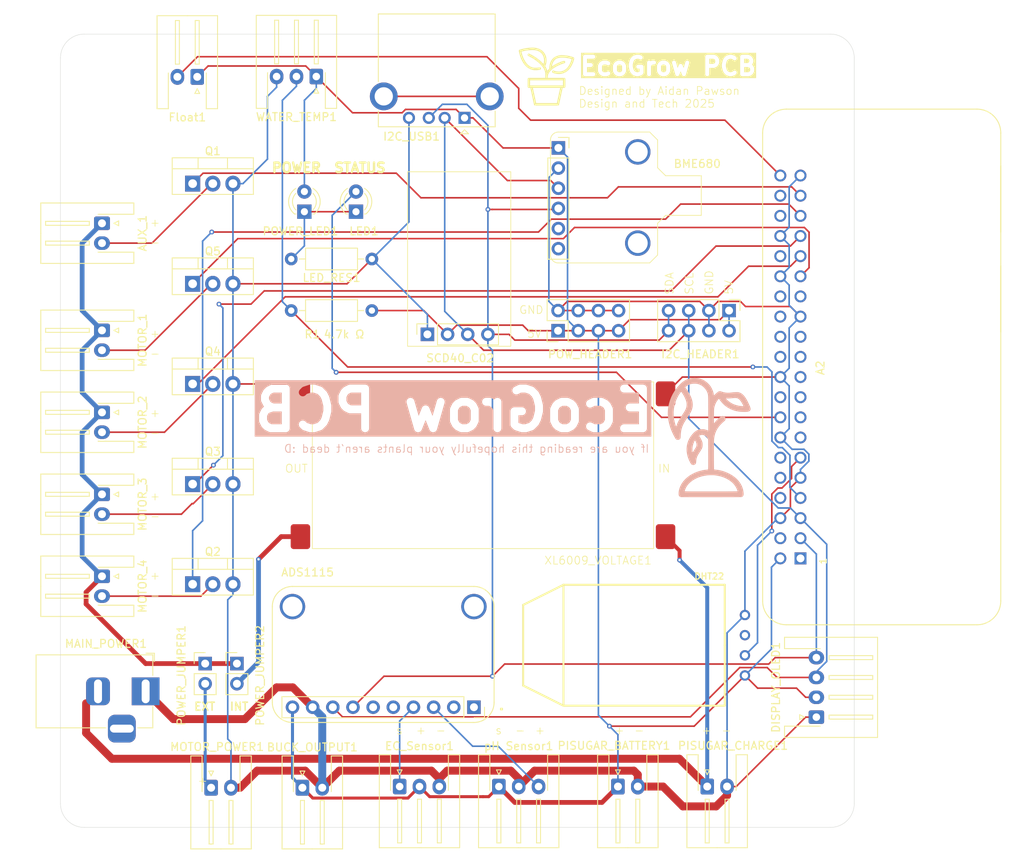
<source format=kicad_pcb>
(kicad_pcb (version 20241229) (generator "pcbnew") (generator_version "9.0")
  (title_block (title "Hydroponics PCB") (company "Smith's Hill High School") (comment 4 "Author: Aidan Pawson"))
  (layers (0 "F.Cu" signal) (2 "B.Cu" signal) (13 "F.Paste" user) (15 "B.Paste" user) (5 "F.SilkS" user "F.Silkscreen") (7 "B.SilkS" user "B.Silkscreen") (1 "F.Mask" user) (3 "B.Mask" user) (25 "Edge.Cuts" user))
  (net 0 "")
  (net 1 "Net-(A2-GPIO21)")
  (net 5 "Net-(A2-GPIO5)")
  (net 7 "Net-(A2-GPIO19)")
  (net 11 "+5V")
  (net 14 "Net-(A2-GPIO4{slash}GPCKL0)")
  (net 16 "SCL")
  (net 17 "Net-(A2-GPIO26)")
  (net 18 "Net-(A2-GPIO17{slash}GEN0)")
  (net 19 "Net-(A2-GPIO6)")
  (net 25 "SDA")
  (net 27 "Net-(A2-GPIO13)")
  (net 31 "Net-(AUX_1-Pin_1)")
  (net 32 "Net-(AUX_1-Pin_2)")
  (net 33 "Net-(MOTOR_1-Pin_2)")
  (net 34 "Net-(MOTOR_2-Pin_2)")
  (net 35 "Net-(MOTOR_3-Pin_2)")
  (net 36 "Net-(MOTOR_4-Pin_2)")
  (net 37 "GND")
  (net 40 "Net-(ADS1115-A0)")
  (net 44 "Net-(ADS1115-A1)")
  (net 49 "GPIO23")
  (net 50 "unconnected-(I2C_USB1-Shield-Pad5)")
  (net 51 "Net-(MOTOR_POWER1-Pin_1)")
  (net 52 "Net-(LED1-K)")
  (net 53 "Net-(POWER_JUMPER2-Pin_2)")
  (net 54 "PISUGAR")
  (footprint "Connector_BarrelJack:BarrelJack_Horizontal" (layer "F.Cu") (at 100.5 132.5)
    (property "Reference" "MAIN_POWER1")
    (property "Value" "Barrel_Jack_Switch_MountingPin")
  )
  (footprint "Connector_JST:JST_XH_S2B-XH-A-1_1x02_P2.50mm_Horizontal" (layer "F.Cu") (at 171.25 144.5)
    (property "Reference" "PISUGAR_CHARGE1")
    (property "Value" "Conn_01x02_Pin")
  )
  (footprint "footprints:XL6009" (layer "F.Cu") (at 164.5 101.5 180)
    (property "Reference" "XL6009_VOLTAGE1")
    (property "Value" "~")
  )
  (footprint "Connector_JST:JST_XH_S3B-XH-A-1_1x03_P2.50mm_Horizontal" (layer "F.Cu") (at 132.5 144.5)
    (property "Reference" "EC_Sensor1")
    (property "Value" "Conn_01x03_Pin")
  )
  (footprint "Connector_USB:USB_A_Kycon_KUSBX-AS1N-B_Horizontal" (layer "F.Cu") (at 140.675 60.21 180)
    (property "Reference" "I2C_USB1")
    (property "Value" "USB_A")
  )
  (footprint "Connector_JST:JST_XH_S2B-XH-A-1_1x02_P2.50mm_Horizontal" (layer "F.Cu") (at 108.75 144.65)
    (property "Reference" "MOTOR_POWER1")
    (property "Value" "Conn_01x02_Socket")
  )
  (footprint "Connector_JST:JST_XH_S2B-XH-A-1_1x02_P2.50mm_Horizontal" (layer "F.Cu") (at 95 73.5 -90)
    (property "Reference" "AUX_1")
    (property "Value" "Conn_01x02_Socket")
  )
  (footprint "Connector_JST:JST_XH_S2B-XH-A-1_1x02_P2.50mm_Horizontal" (layer "F.Cu") (at 120.25 144.65)
    (property "Reference" "BUCK_OUTPUT1")
    (property "Value" "Conn_01x02_Pin")
  )
  (footprint "Connector_JST:JST_XH_S3B-XH-A-1_1x03_P2.50mm_Horizontal" (layer "F.Cu") (at 122 55 180)
    (property "Reference" "WATER_TEMP1")
    (property "Value" "Conn_01x03_Socket")
  )
  (footprint "Connector_JST:JST_XH_S2B-XH-A-1_1x02_P2.50mm_Horizontal" (layer "F.Cu") (at 160 144.5)
    (property "Reference" "PISUGAR_BATTERY1")
    (property "Value" "Conn_01x02_Socket")
  )
  (footprint "Package_TO_SOT_THT:TO-220-3_Vertical" (layer "F.Cu") (at 106.42 81.125)
    (property "Reference" "Q5")
    (property "Value" "IRF540N")
  )
  (footprint "LED_THT:LED_D3.0mm" (layer "F.Cu") (at 127 72.04 90)
    (property "Reference" "LED1")
    (property "Value" "LED")
  )
  (footprint "Connector_JST:JST_XH_S2B-XH-A-1_1x02_P2.50mm_Horizontal" (layer "F.Cu") (at 95 107.6667 -90)
    (property "Reference" "MOTOR_3")
    (property "Value" "Conn_01x02_Socket")
  )
  (footprint "Resistor_THT:R_Axial_DIN0207_L6.3mm_D2.5mm_P10.16mm_Horizontal" (layer "F.Cu") (at 118.84 84.5)
    (property "Reference" "R1")
    (property "Value" "4.7k")
  )
  (footprint "Connector_JST:JST_XH_S2B-XH-A-1_1x02_P2.50mm_Horizontal" (layer "F.Cu") (at 95 97.3333 -90)
    (property "Reference" "MOTOR_2")
    (property "Value" "Conn_01x02_Socket")
  )
  (footprint "footprints:MODULE_ZC261500" (layer "F.Cu") (at 130.43 127.85)
    (property "Reference" "ADS1115")
    (property "Value" "ZC261500")
  )
  (footprint "MountingHole:MountingHole_3.2mm_M3" (layer "F.Cu") (at 94.5 145.5)
    (property "Reference" "M3_3.2mm_3" (hide yes))
    (property "Value" "MountingHole_3.2mm_M3")
  )
  (footprint "Package_TO_SOT_THT:TO-220-3_Vertical" (layer "F.Cu") (at 106.42 106.375)
    (property "Reference" "Q3")
    (property "Value" "IRF540N")
  )
  (footprint "LED_THT:LED_D3.0mm" (layer "F.Cu") (at 120.5 72.04 90)
    (property "Reference" "POWER_LED1")
    (property "Value" "LED")
  )
  (footprint "Package_TO_SOT_THT:TO-220-3_Vertical" (layer "F.Cu") (at 106.42 93.75)
    (property "Reference" "Q4")
    (property "Value" "IRF540N")
  )
  (footprint "Connector_PinSocket_2.54mm:PinSocket_1x04_P2.54mm_Vertical" (layer "F.Cu") (at 136 87.5 90)
    (property "Reference" "SCD40_C02")
    (property "Value" "~")
  )
  (footprint "MountingHole:MountingHole_3.2mm_M3" (layer "F.Cu") (at 185.5 145.5)
    (property "Reference" "M3_3.2mm_4" (hide yes))
    (property "Value" "MountingHole_3.2mm_M3")
  )
  (footprint "Connector_JST:JST_XH_S3B-XH-A-1_1x03_P2.50mm_Horizontal" (layer "F.Cu") (at 145 144.5)
    (property "Reference" "pH Sensor1")
    (property "Value" "~")
  )
  (footprint "footprints:DHT22" (layer "F.Cu") (at 176 126.69 90)
    (property "Reference" "DHT22")
    (property "Value" "DHT22")
  )
  (footprint "MountingHole:MountingHole_3.2mm_M3" (layer "F.Cu") (at 185.5 54.5)
    (property "Reference" "M3_3.2mm_1" (hide yes))
    (property "Value" "MountingHole_3.2mm_M3")
  )
  (footprint "Connector_PinHeader_2.54mm:PinHeader_1x02_P2.54mm_Vertical" (layer "F.Cu") (at 108 129)
    (property "Reference" "POWER_JUMPER1")
    (property "Value" "Conn_01x02_Pin")
  )
  (footprint "Package_TO_SOT_THT:TO-220-3_Vertical" (layer "F.Cu") (at 106.42 119)
    (property "Reference" "Q2")
    (property "Value" "IRF540N")
  )
  (footprint "Connector_PinHeader_2.54mm:PinHeader_2x04_P2.54mm_Vertical" (layer "F.Cu") (at 174 84.5 -90)
    (property "Reference" "I2C_HEADER1")
    (property "Value" "Conn_02x04_Odd_Even")
  )
  (footprint "Connector_JST:JST_XH_S2B-XH-A-1_1x02_P2.50mm_Horizontal" (layer "F.Cu") (at 95 87 -90)
    (property "Reference" "MOTOR_1")
    (property "Value" "Conn_01x02_Socket")
  )
  (footprint "Connector_PinHeader_2.54mm:PinHeader_2x04_P2.54mm_Vertical" (layer "F.Cu") (at 152.46 87.04 90)
    (property "Reference" "POW_HEADER1")
    (property "Value" "Conn_02x04_Odd_Even")
  )
  (footprint "Connector_JST:JST_XH_S2B-XH-A-1_1x02_P2.50mm_Horizontal" (layer "F.Cu") (at 107 55.04 180)
    (property "Reference" "Float1")
    (property "Value" "Conn_01x02_Socket")
  )
  (footprint "Connector_PinSocket_2.54mm:PinSocket_1x06_P2.54mm_Vertical" (layer "F.Cu") (at 152.5 64)
    (property "Reference" "BME680")
    (property "Value" "~")
  )
  (footprint "footprints:RASPBERRYPI-ZERO_RPI-ZERO" (layer "F.Cu") (at 181.73 91.61 90)
    (property "Reference" "A2")
    (property "Value" "RASPBERRYPI-ZERO")
  )
  (footprint "Connector_PinHeader_2.54mm:PinHeader_1x02_P2.54mm_Vertical" (layer "F.Cu") (at 112 129)
    (property "Reference" "POWER_JUMPER2")
    (property "Value" "Conn_01x02_Pin")
  )
  (footprint "MountingHole:MountingHole_3.2mm_M3" (layer "F.Cu") (at 94.5 54.5)
    (property "Reference" "M3_3.2mm_2" (hide yes))
    (property "Value" "MountingHole_3.2mm_M3")
  )
  (footprint "Package_TO_SOT_THT:TO-220-3_Vertical" (layer "F.Cu") (at 106.42 68.5)
    (property "Reference" "Q1")
    (property "Value" "IRF540N")
  )
  (footprint "LOGO" (layer "F.Cu") (at 151 55)
    (property "Reference" "G***" (hide yes))
    (property "Value" "LOGO" (hide yes))
  )
  (footprint "Connector_JST:JST_XH_S4B-XH-A-1_1x04_P2.50mm_Horizontal" (layer "F.Cu") (at 185 135.75 90)
    (property "Reference" "DISPLAY_OLED1")
    (property "Value" "~")
  )
  (footprint "Resistor_THT:R_Axial_DIN0207_L6.3mm_D2.5mm_P10.16mm_Horizontal" (layer "F.Cu") (at 129 78 180)
    (property "Reference" "LED_RES1")
    (property "Value" "1k")
  )
  (footprint "Connector_JST:JST_XH_S2B-XH-A-1_1x02_P2.50mm_Horizontal" (layer "F.Cu") (at 95 118 -90)
    (property "Reference" "MOTOR_4")
    (property "Value" "Conn_01x02_Socket")
  )
  (footprint "LOGO" (layer "B.Cu") (at 171.5 100.5 180)
    (property "Reference" "GDead_Plant" (hide yes))
    (property "Value" "LOGO" (hide yes))
  )
  (gr_arc (start 89.77 52.65) (mid 90.64868 50.52868) (end 92.77 49.65) (stroke (width 0.05)) (layer "Edge.Cuts"))
  (gr_line (start 186.77 149.65) (end 92.77 149.65) (stroke (width 0.05)) (layer "Edge.Cuts"))
  (gr_line (start 92.77 49.65) (end 186.77 49.65) (stroke (width 0.05)) (layer "Edge.Cuts"))
  (gr_arc (start 189.77 146.65) (mid 188.89132 148.77132) (end 186.77 149.65) (stroke (width 0.05)) (layer "Edge.Cuts"))
  (gr_line (start 189.77 52.65) (end 189.77 146.65) (stroke (width 0.05)) (layer "Edge.Cuts"))
  (gr_line (start 89.77 146.65) (end 89.77 52.65) (stroke (width 0.05)) (layer "Edge.Cuts"))
  (gr_arc (start 186.77 49.65) (mid 188.89132 50.52868) (end 189.77 52.65) (stroke (width 0.05)) (layer "Edge.Cuts"))
  (gr_arc (start 92.77 149.65) (mid 90.64868 148.77132) (end 89.77 146.65) (stroke (width 0.05)) (layer "Edge.Cuts"))
  (gr_text "GND" (at 172.08 82.54 90) (layer "F.SilkS") (effects (font (size 1 1) (thickness 0.1)) (justify left bottom)))
  (gr_text "POWER" (at 119.5 66.5 0) (layer "F.SilkS") (effects (font (size 1.2 1.2) (thickness 0.3) (bold yes))))
  (gr_text "5V" (at 148.5 88 0) (layer "F.SilkS") (effects (font (size 1 1) (thickness 0.1)) (justify left bottom)))
  (gr_text "-" (at 147 138 0) (layer "F.SilkS") (effects (font (size 1 1) (thickness 0.1)) (justify left bottom)))
  (gr_text "GND" (at 147.5 85 0) (layer "F.SilkS") (effects (font (size 1 1) (thickness 0.1)) (justify left bottom)))
  (gr_text "s" (at 144.5 138 0) (layer "F.SilkS") (effects (font (size 1 1) (thickness 0.1)) (justify left bottom)))
  (gr_text "s" (at 132 138 0) (layer "F.SilkS") (effects (font (size 1 1) (thickness 0.1)) (justify left bottom)))
  (gr_text "+" (at 101 118.5 0) (layer "F.SilkS") (effects (font (size 1 1) (thickness 0.1)) (justify left bottom)))
  (gr_text "-\n" (at 173 138 0) (layer "F.SilkS") (effects (font (size 1 1) (thickness 0.1)) (justify left bottom)))
  (gr_text "INT" (at 111 135 0) (layer "F.SilkS") (effects (font (size 1 1) (thickness 0.2)) (justify left bottom)))
  (gr_text "IN" (at 165 105 0) (layer "F.SilkS") (effects (font (size 1 1) (thickness 0.1)) (justify left bottom)))
  (gr_text "-\n" (at 162 138 0) (layer "F.SilkS") (effects (font (size 1 1) (thickness 0.1)) (justify left bottom)))
  (gr_text "EcoGrow PCB" (at 155 55 0) (layer "F.SilkS" knockout) (effects (font (size 2.2 2.2) (thickness 0.5) (bold yes)) (justify left bottom)))
  (gr_text "+" (at 170.5 138 0) (layer "F.SilkS") (effects (font (size 1 1) (thickness 0.1)) (justify left bottom)))
  (gr_text "+" (at 149.5 138 0) (layer "F.SilkS") (effects (font (size 1 1) (thickness 0.1)) (justify left bottom)))
  (gr_text "+" (at 101 74 0) (layer "F.SilkS") (effects (font (size 1 1) (thickness 0.1)) (justify left bottom)))
  (gr_text "-\n" (at 101 121 0) (layer "F.SilkS") (effects (font (size 1 1) (thickness 0.1)) (justify left bottom)))
  (gr_text "SCL" (at 169.58 82.54 90) (layer "F.SilkS") (effects (font (size 1 1) (thickness 0.1)) (justify left bottom)))
  (gr_text "EXT" (at 106.5 135 0) (layer "F.SilkS") (effects (font (size 1 1) (thickness 0.2)) (justify left bottom)))
  (gr_text "+" (at 101 108.5 0) (layer "F.SilkS") (effects (font (size 1 1) (thickness 0.1)) (justify left bottom)))
  (gr_text "+" (at 159.5 138 0) (layer "F.SilkS") (effects (font (size 1 1) (thickness 0.1)) (justify left bottom)))
  (gr_text "4.7k Ω" (at 125.5 87.5 0) (layer "F.SilkS") (effects (font (size 1 1))))
  (gr_text "OUT" (at 118 105 0) (layer "F.SilkS") (effects (font (size 1 1) (thickness 0.1)) (justify left bottom)))
  (gr_text "+" (at 101 88 0) (layer "F.SilkS") (effects (font (size 1 1) (thickness 0.1)) (justify left bottom)))
  (gr_text "+" (at 134.5 138 0) (layer "F.SilkS") (effects (font (size 1 1) (thickness 0.1)) (justify left bottom)))
  (gr_text "SDA" (at 167.08 82.54 90) (layer "F.SilkS") (effects (font (size 1 1) (thickness 0.1)) (justify left bottom)))
  (gr_text "5V" (at 174.58 82.54 90) (layer "F.SilkS") (effects (font (size 1 1) (thickness 0.1)) (justify left bottom)))
  (gr_text "-\n" (at 101 76.5 0) (layer "F.SilkS") (effects (font (size 1 1) (thickness 0.1)) (justify left bottom)))
  (gr_text "-\n" (at 101 100.5 0) (layer "F.SilkS") (effects (font (size 1 1) (thickness 0.1)) (justify left bottom)))
  (gr_text "STATUS" (at 127.5 66.5 0) (layer "F.SilkS") (effects (font (size 1.2 1.2) (thickness 0.3) (bold yes))))
  (gr_text "+" (at 101 98 0) (layer "F.SilkS") (effects (font (size 1 1) (thickness 0.1)) (justify left bottom)))
  (gr_text "-\n" (at 101 90.5 0) (layer "F.SilkS") (effects (font (size 1 1) (thickness 0.1)) (justify left bottom)))
  (gr_text "Designed by Aidan Pawson\nDesign and Tech 2025" (at 155 59 0) (layer "F.SilkS") (effects (font (size 1 1) (thickness 0.1)) (justify left bottom)))
  (gr_text "+" (at 107 144.35 0) (layer "F.SilkS") (effects (font (size 1 1) (thickness 0.1)) (justify left bottom)))
  (gr_text "-\n" (at 101 111 0) (layer "F.SilkS") (effects (font (size 1 1) (thickness 0.1)) (justify left bottom)))
  (gr_text "-" (at 137 138 0) (layer "F.SilkS") (effects (font (size 1 1) (thickness 0.1)) (justify left bottom)))
  (gr_text "If you are reading this hopefully your plants aren't dead :D" (at 164 102.5 0) (layer "B.SilkS") (effects (font (size 1 1) (thickness 0.1)) (justify left bottom mirror)))
  (gr_text "EcoGrow PCB" (at 165 100 0) (layer "B.SilkS" knockout) (effects (font (size 5 5) (thickness 1) (bold yes)) (justify left bottom mirror)))
  (segment (start 173.48 60.5) (end 180.46 67.48) (width 0.2) (layer "F.Cu") (net 1))
  (segment (start 147.5 56.5) (end 147.5 59) (width 0.2) (layer "F.Cu") (net 1))
  (segment (start 107.04 52.5) (end 143.5 52.5) (width 0.2) (layer "F.Cu") (net 1))
  (segment (start 143.5 52.5) (end 147.5 56.5) (width 0.2) (layer "F.Cu") (net 1))
  (segment (start 104.5 55.04) (end 107.04 52.5) (width 0.2) (layer "F.Cu") (net 1))
  (segment (start 147.5 59) (end 149 60.5) (width 0.2) (layer "F.Cu") (net 1))
  (segment (start 149 60.5) (end 173.48 60.5) (width 0.2) (layer "F.Cu") (net 1))
  (segment (start 106.42 81.125) (end 112.115 75.43) (width 0.2) (layer "F.Cu") (net 5))
  (segment (start 154.5331 74.0269) (end 183.4882 74.0269) (width 0.2) (layer "F.Cu") (net 5))
  (segment (start 112.115 75.43) (end 153.13 75.43) (width 0.2) (layer "F.Cu") (net 5))
  (segment (start 184.079 79.101) (end 183 80.18) (width 0.2) (layer "F.Cu") (net 5))
  (segment (start 184.079 74.6177) (end 184.079 79.101) (width 0.2) (layer "F.Cu") (net 5))
  (segment (start 183.4882 74.0269) (end 184.079 74.6177) (width 0.2) (layer "F.Cu") (net 5))
  (segment (start 153.13 75.43) (end 154.5331 74.0269) (width 0.2) (layer "F.Cu") (net 5))
  (segment (start 149.9911 74.5989) (end 108.8262 74.5989) (width 0.2) (layer "F.Cu") (net 7))
  (segment (start 181.515 71.075) (end 167.9025 71.075) (width 0.2) (layer "F.Cu") (net 7))
  (segment (start 151.6125 72.9775) (end 149.9911 74.5989) (width 0.2) (layer "F.Cu") (net 7))
  (segment (start 183 72.56) (end 181.515 71.075) (width 0.2) (layer "F.Cu") (net 7))
  (segment (start 166 72.9775) (end 151.6125 72.9775) (width 0.2) (layer "F.Cu") (net 7))
  (segment (start 167.9025 71.075) (end 166 72.9775) (width 0.2) (layer "F.Cu") (net 7))
  (via (at 108.8262 74.5989) (size 0.6) (drill 0.3) (layers "F.Cu" "B.Cu") (net 7))
  (segment (start 106.42 112.2542) (end 107.6742 111) (width 0.2) (layer "B.Cu") (net 7))
  (segment (start 108.8262 74.5989) (end 107.6742 75.7509) (width 0.2) (layer "B.Cu") (net 7))
  (segment (start 106.42 119) (end 106.42 112.2542) (width 0.2) (layer "B.Cu") (net 7))
  (segment (start 107.6742 75.7509) (end 107.6742 111) (width 0.2) (layer "B.Cu") (net 7))
  (segment (start 139.7024 86.3376) (end 148 86.3376) (width 0.2) (layer "F.Cu") (net 11))
  (segment (start 108.3688 53.6712) (end 120.6712 53.6712) (width 0.2) (layer "F.Cu") (net 11))
  (segment (start 107 55.04) (end 108.3688 53.6712) (width 0.2) (layer "F.Cu") (net 11))
  (segment (start 141.7387 60.21) (end 145.5287 64) (width 0.2) (layer "F.Cu") (net 11))
  (segment (start 133.2344 59.1463) (end 132.815 59.5657) (width 0.2) (layer "F.Cu") (net 11))
  (segment (start 182.5 132.0983) (end 177.5983 132.0983) (width 0.2) (layer "F.Cu") (net 11))
  (segment (start 158 146.5) (end 160 144.5) (width 0.6) (layer "F.Cu") (net 11))
  (segment (start 135 144.5) (end 136.278 145.778) (width 0.38) (layer "F.Cu") (net 11))
  (segment (start 120.6712 53.6712) (end 122 55) (width 0.2) (layer "F.Cu") (net 11))
  (segment (start 147 146.5) (end 158 146.5) (width 0.6) (layer "F.Cu") (net 11))
  (segment (start 145 144.5) (end 143.722 145.778) (width 0.38) (layer "F.Cu") (net 11))
  (segment (start 148.7024 87.04) (end 148 86.3376) (width 0.2) (layer "F.Cu") (net 11))
  (segment (start 140.675 60.21) (end 139.6113 59.1463) (width 0.2) (layer "F.Cu") (net 11))
  (segment (start 139.6113 59.1463) (end 133.2344 59.1463) (width 0.2) (layer "F.Cu") (net 11))
  (segment (start 152.46 87.04) (end 148.7024 87.04) (width 0.2) (layer "F.Cu") (net 11))
  (segment (start 174 84.5) (end 172.8483 85.6517) (width 0.2) (layer "F.Cu") (net 11))
  (segment (start 126.5657 59.5657) (end 122 55) (width 0.2) (layer "F.Cu") (net 11))
  (segment (start 185 133.25) (end 183.6517 133.25) (width 0.2) (layer "F.Cu") (net 11))
  (segment (start 138.54 87.5) (end 135.54 84.5) (width 0.2) (layer "F.Cu") (net 11))
  (segment (start 157.54 87.04) (end 160.08 87.04) (width 0.2) (layer "F.Cu") (net 11))
  (segment (start 121.5526 145.9526) (end 120.25 144.65) (width 0.38) (layer "F.Cu") (net 11))
  (segment (start 158.9269 136.8894) (end 169.6106 136.8894) (width 0.2) (layer "F.Cu") (net 11))
  (segment (start 183.6517 133.25) (end 182.5 132.0983) (width 0.2) (layer "F.Cu") (net 11))
  (segment (start 140.675 60.21) (end 141.7387 60.21) (width 0.2) (layer "F.Cu") (net 11))
  (segment (start 145.5287 64) (end 152.5 64) (width 0.2) (layer "F.Cu") (net 11))
  (segment (start 133 145.9526) (end 121.5526 145.9526) (width 0.38) (layer "F.Cu") (net 11))
  (segment (start 135.54 84.5) (end 129 84.5) (width 0.2) (layer "F.Cu") (net 11))
  (segment (start 145 144.5) (end 147 146.5) (width 0.6) (layer "F.Cu") (net 11))
  (segment (start 136.278 145.778) (end 143 145.778) (width 0.38) (layer "F.Cu") (net 11))
  (segment (start 161.4683 85.6517) (end 160.08 87.04) (width 0.2) (layer "F.Cu") (net 11))
  (segment (start 135 144.5) (end 133.5474 145.9526) (width 0.38) (layer "F.Cu") (net 11))
  (segment (start 155 87.04) (end 157.54 87.04) (width 0.2) (layer "F.Cu") (net 11))
  (segment (start 152.46 87.04) (end 155 87.04) (width 0.2) (layer "F.Cu") (net 11))
  (segment (start 177.5983 132.0983) (end 176 130.5) (width 0.2) (layer "F.Cu") (net 11))
  (segment (start 133.5474 145.9526) (end 133 145.9526) (width 0.38) (layer "F.Cu") (net 11))
  (segment (start 169.6106 136.8894) (end 176 130.5) (width 0.2) (layer "F.Cu") (net 11))
  (segment (start 138.54 87.5) (end 139.7024 86.3376) (width 0.2) (layer "F.Cu") (net 11))
  (segment (start 132.815 59.5657) (end 126.5657 59.5657) (width 0.2) (layer "F.Cu") (net 11))
  (segment (start 143.722 145.778) (end 143 145.778) (width 0.38) (layer "F.Cu") (net 11))
  (segment (start 172.8483 85.6517) (end 161.4683 85.6517) (width 0.2) (layer "F.Cu") (net 11))
  (via (at 158.9269 136.8894) (size 0.6) (drill 0.3) (layers "F.Cu" "B.Cu") (net 11))
  (segment (start 119 143.4) (end 119 134.5) (width 0.38) (layer "B.Cu") (net 11))
  (segment (start 120.25 144.65) (end 119 143.4) (width 0.38) (layer "B.Cu") (net 11))
  (segment (start 157.54 135.5025) (end 158.9269 136.8894) (width 0.2) (layer "B.Cu") (net 11))
  (segment (start 152.5 64) (end 153.6517 65.1517) (width 0.2) (layer "B.Cu") (net 11))
  (segment (start 153.6517 85.6917) (end 155 87.04) (width 0.2) (layer "B.Cu") (net 11))
  (segment (start 176 130.5) (end 179.3437 127.1563) (width 0.2) (layer "B.Cu") (net 11))
  (segment (start 179.3437 116.8563) (end 180.46 115.74) (width 0.2) (layer "B.Cu") (net 11))
  (segment (start 160 137.9625) (end 158.9269 136.8894) (width 0.2) (layer "B.Cu") (net 11))
  (segment (start 160 144.5) (end 160 137.9625) (width 0.2) (layer "B.Cu") (net 11))
  (segment (start 153.6517 65.1517) (end 153.6517 85.6917) (width 0.2) (layer "B.Cu") (net 11))
  (segment (start 122 55) (end 122 56.5) (width 0.2) (layer "B.Cu") (net 11))
  (segment (start 122 56.5) (end 120.5 58) (width 0.2) (layer "B.Cu") (net 11))
  (segment (start 157.54 87.04) (end 157.54 135.5025) (width 0.2) (layer "B.Cu") (net 11))
  (segment (start 174 84.5) (end 174 87.04) (width 0.2) (layer "B.Cu") (net 11))
  (segment (start 179.3437 127.1563) (end 179.3437 116.8563) (width 0.2) (layer "B.Cu") (net 11))
  (segment (start 120.5 69.5) (end 120.5 58) (width 0.2) (layer "B.Cu") (net 11))
  (segment (start 177 91.61) (end 125.95 91.61) (width 0.2) (layer "F.Cu") (net 14))
  (segment (start 125.95 91.61) (end 118.84 84.5) (width 0.2) (layer "F.Cu") (net 14))
  (via (at 177 91.61) (size 0.6) (drill 0.3) (layers "F.Cu" "B.Cu") (net 14))
  (segment (start 179.4043 100.9572) (end 180.2171 101.77) (width 0.2) (layer "B.Cu") (net 14))
  (segment (start 181.6707 106.7907) (end 183 108.12) (width 0.2) (layer "B.Cu") (net 14))
  (segment (start 119.5 56.227) (end 117.727 58) (width 0.2) (layer "B.Cu") (net 14))
  (segment (start 117.727 83.387) (end 118.84 84.5) (width 0.2) (layer "B.Cu") (net 14))
  (segment (start 178.7866 91.61) (end 179.4043 92.2277) (width 0.2) (layer "B.Cu") (net 14))
  (segment (start 179.4043 92.2277) (end 179.4043 100.9572) (width 0.2) (layer "B.Cu") (net 14))
  (segment (start 119.5 55) (end 119.5 56.227) (width 0.2) (layer "B.Cu") (net 14))
  (segment (start 180.2171 101.77) (end 180.7039 101.77) (width 0.2) (layer "B.Cu") (net 14))
  (segment (start 181.6707 102.7368) (end 181.6707 106.7907) (width 0.2) (layer "B.Cu") (net 14))
  (segment (start 180.7039 101.77) (end 181.6707 102.7368) (width 0.2) (layer "B.Cu") (net 14))
  (segment (start 117.727 58) (end 117.727 83.387) (width 0.2) (layer "B.Cu") (net 14))
  (segment (start 177 91.61) (end 178.7866 91.61) (width 0.2) (layer "B.Cu") (net 14))
  (segment (start 185 130.75) (end 180.05 130.75) (width 0.2) (layer "F.Cu") (net 16))
  (segment (start 169.1304 135.7173) (end 125.2973 135.7173) (width 0.2) (layer "F.Cu") (net 16))
  (segment (start 151.5295 68.1095) (end 146.0745 68.1095) (width 0.2) (layer "F.Cu") (net 16))
  (segment (start 168.92 87.04) (end 166.46 89.5) (width 0.2) (layer "F.Cu") (net 16))
  (segment (start 143.08 89.5) (end 141.08 87.5) (width 0.2) (layer "F.Cu") (net 16))
  (segment (start 166.46 89.5) (end 143.08 89.5) (width 0.2) (layer "F.Cu") (net 16))
  (segment (start 178.8017 129.5017) (end 175.346 129.5017) (width 0.2) (layer "F.Cu") (net 16))
  (segment (start 152.5 69.08) (end 151.5295 68.1095) (width 0.2) (layer "F.Cu") (net 16))
  (segment (start 146.0745 68.1095) (end 138.175 60.21) (width 0.2) (layer "F.Cu") (net 16))
  (segment (start 175.346 129.5017) (end 169.1304 135.7173) (width 0.2) (layer "F.Cu") (net 16))
  (segment (start 125.2973 135.7173) (end 124.08 134.5) (width 0.2) (layer "F.Cu") (net 16))
  (segment (start 180.05 130.75) (end 178.8017 129.5017) (width 0.2) (layer "F.Cu") (net 16))
  (segment (start 183 110.66) (end 181.73 109.39) (width 0.2) (layer "B.Cu") (net 16))
  (segment (start 138.175 84.595) (end 141.08 87.5) (width 0.2) (layer "B.Cu") (net 16))
  (segment (start 185 130.75) (end 185 130.0302) (width 0.2) (layer "B.Cu") (net 16))
  (segment (start 138.175 60.21) (end 138.175 84.595) (width 0.2) (layer "B.Cu") (net 16))
  (segment (start 185 130.0302) (end 186.3036 128.7266) (width 0.2) (layer "B.Cu") (net 16))
  (segment (start 186.3036 128.7266) (end 186.3036 113.9636) (width 0.2) (layer "B.Cu") (net 16))
  (segment (start 181.73 109.39) (end 180.1966 109.39) (width 0.2) (layer "B.Cu") (net 16))
  (segment (start 180.1966 109.39) (end 168.92 98.1134) (width 0.2) (layer "B.Cu") (net 16))
  (segment (start 168.92 87.04) (end 168.92 84.5) (width 0.2) (layer "B.Cu") (net 16))
  (segment (start 186.3036 113.9636) (end 183 110.66) (width 0.2) (layer "B.Cu") (net 16))
  (segment (start 168.92 98.1134) (end 168.92 87.04) (width 0.2) (layer "B.Cu") (net 16))
  (segment (start 160.0535 68.9087) (end 181.8887 68.9087) (width 0.2) (layer "F.Cu") (net 17))
  (segment (start 132.0804 67.1847) (end 135.1788 70.2831) (width 0.2) (layer "F.Cu") (net 17))
  (segment (start 107.7353 67.1847) (end 132.0804 67.1847) (width 0.2) (layer "F.Cu") (net 17))
  (segment (start 106.42 68.5) (end 107.7353 67.1847) (width 0.2) (layer "F.Cu") (net 17))
  (segment (start 158.6791 70.2831) (end 160.0535 68.9087) (width 0.2) (layer "F.Cu") (net 17))
  (segment (start 135.1788 70.2831) (end 158.6791 70.2831) (width 0.2) (layer "F.Cu") (net 17))
  (segment (start 181.8887 68.9087) (end 183 70.02) (width 0.2) (layer "F.Cu") (net 17))
  (segment (start 181.8716 105.6644) (end 180.6669 106.8691) (width 0.2) (layer "F.Cu") (net 18))
  (segment (start 180.6669 106.8691) (end 180.1484 106.8691) (width 0.2) (layer "F.Cu") (net 18))
  (segment (start 181.8716 104.1684) (end 181.8716 105.6644) (width 0.2) (layer "F.Cu") (net 18))
  (segment (start 179.3867 107.6308) (end 179.3867 112.2887) (width 0.2) (layer "F.Cu") (net 18))
  (segment (start 180.1484 106.8691) (end 179.3867 107.6308) (width 0.2) (layer "F.Cu") (net 18))
  (segment (start 183 103.04) (end 181.8716 104.1684) (width 0.2) (layer "F.Cu") (net 18))
  (via (at 179.3867 112.2887) (size 0.6) (drill 0.3) (layers "F.Cu" "B.Cu") (net 18))
  (segment (start 177.5858 126.3742) (end 176 127.96) (width 0.2) (layer "B.Cu") (net 18))
  (segment (start 179.3867 112.2887) (end 177.5858 114.0896) (width 0.2) (layer "B.Cu") (net 18))
  (segment (start 177.5858 114.0896) (end 177.5858 126.3742) (width 0.2) (layer "B.Cu") (net 18))
  (segment (start 118.0774 82.7678) (end 172.6022 82.7678) (width 0.2) (layer "F.Cu") (net 19))
  (segment (start 107.0952 93.75) (end 118.0774 82.7678) (width 0.2) (layer "F.Cu") (net 19))
  (segment (start 106.42 93.75) (end 107.0952 93.75) (width 0.2) (layer "F.Cu") (net 19))
  (segment (start 181.73 78.91) (end 183 77.64) (width 0.2) (layer "F.Cu") (net 19))
  (segment (start 172.6022 82.7678) (end 176.46 78.91) (width 0.2) (layer "F.Cu") (net 19))
  (segment (start 176.46 78.91) (end 181.73 78.91) (width 0.2) (layer "F.Cu") (net 19))
  (segment (start 144.1914 71.7542) (end 152.3658 71.7542) (width 0.2) (layer "F.Cu") (net 25))
  (segment (start 179 129.0588) (end 145.7264 129.0588) (width 0.2) (layer "F.Cu") (net 25))
  (segment (start 152.3658 71.7542) (end 152.5 71.62) (width 0.2) (layer "F.Cu") (net 25))
  (segment (start 144.1914 71.7542) (end 143.62 71.7542) (width 0.2) (layer "F.Cu") (net 25))
  (segment (start 165.197 88.223) (end 147 88.223) (width 0.2) (layer "F.Cu") (net 25))
  (segment (start 130.5262 130.5938) (end 144.1914 130.5938) (width 0.2) (layer "F.Cu") (net 25))
  (segment (start 146.277 87.5) (end 143.62 87.5) (width 0.2) (layer "F.Cu") (net 25))
  (segment (start 126.62 134.5) (end 130.5262 130.5938) (width 0.2) (layer "F.Cu") (net 25))
  (segment (start 179.8088 128.25) (end 179 129.0588) (width 0.2) (layer "F.Cu") (net 25))
  (segment (start 145.7264 129.0588) (end 144.1914 130.5938) (width 0.2) (layer "F.Cu") (net 25))
  (segment (start 185 128.25) (end 179.8088 128.25) (width 0.2) (layer "F.Cu") (net 25))
  (segment (start 147 88.223) (end 146.277 87.5) (width 0.2) (layer "F.Cu") (net 25))
  (segment (start 166.38 87.04) (end 165.197 88.223) (width 0.2) (layer "F.Cu") (net 25))
  (via (at 144.1914 130.5938) (size 0.6) (drill 0.3) (layers "F.Cu" "B.Cu") (net 25))
  (via (at 143.62 71.7542) (size 0.6) (drill 0.3) (layers "F.Cu" "B.Cu") (net 25))
  (segment (start 143.62 88.9286) (end 144.1914 89.5) (width 0.2) (layer "B.Cu") (net 25))
  (segment (start 166.38 87.04) (end 166.38 84.5) (width 0.2) (layer "B.Cu") (net 25))
  (segment (start 143.62 71.7542) (end 143.62 87.5) (width 0.2) (layer "B.Cu") (net 25))
  (segment (start 143.62 61.1525) (end 143.62 71.7542) (width 0.2) (layer "B.Cu") (net 25))
  (segment (start 185 115.2) (end 185 128.25) (width 0.2) (layer "B.Cu") (net 25))
  (segment (start 143.62 87.5) (end 143.62 88.9286) (width 0.2) (layer "B.Cu") (net 25))
  (segment (start 137.885 58.5) (end 140.9675 58.5) (width 0.2) (layer "B.Cu") (net 25))
  (segment (start 183 113.2) (end 185 115.2) (width 0.2) (layer "B.Cu") (net 25))
  (segment (start 144.1914 130.5938) (end 144.1914 89.5) (width 0.2) (layer "B.Cu") (net 25))
  (segment (start 136.175 60.21) (end 137.885 58.5) (width 0.2) (layer "B.Cu") (net 25))
  (segment (start 140.9675 58.5) (end 143.62 61.1525) (width 0.2) (layer "B.Cu") (net 25))
  (segment (start 181.73 76.37) (end 172.3587 76.37) (width 0.2) (layer "F.Cu") (net 27))
  (segment (start 172.3587 76.37) (end 166.7083 82.0204) (width 0.2) (layer "F.Cu") (net 27))
  (segment (start 115.4416 82.0204) (end 113.7762 83.6858) (width 0.2) (layer "F.Cu") (net 27))
  (segment (start 106.42 106.375) (end 106.6477 106.375) (width 0.2) (layer "F.Cu") (net 27))
  (segment (start 106.6477 106.375) (end 109.037 103.9857) (width 0.2) (layer "F.Cu") (net 27))
  (segment (start 183 75.1) (end 181.73 76.37) (width 0.2) (layer "F.Cu") (net 27))
  (segment (start 113.7762 83.6858) (end 109.7413 83.6858) (width 0.2) (layer "F.Cu") (net 27))
  (segment (start 166.7083 82.0204) (end 115.4416 82.0204) (width 0.2) (layer "F.Cu") (net 27))
  (via (at 109.7413 83.6858) (size 0.6) (drill 0.3) (layers "F.Cu" "B.Cu") (net 27))
  (via (at 109.037 103.9857) (size 0.6) (drill 0.3) (layers "F.Cu" "B.Cu") (net 27))
  (segment (start 110.23 84.1745) (end 109.7413 83.6858) (width 0.2) (layer "B.Cu") (net 27))
  (segment (start 109.037 103.9857) (end 110.23 102.7927) (width 0.2) (layer "B.Cu") (net 27))
  (segment (start 110.23 102.7927) (end 110.23 84.1745) (width 0.2) (layer "B.Cu") (net 27))
  (segment (start 93 121.5) (end 93 120) (width 0.6) (layer "F.Cu") (net 31))
  (segment (start 93 120) (end 95 118) (width 0.6) (layer "F.Cu") (net 31))
  (segment (start 112 129) (end 108 129) (width 0.6) (layer "F.Cu") (net 31))
  (segment (start 100.5 129) (end 93 121.5) (width 0.6) (layer "F.Cu") (net 31))
  (segment (start 108 129) (end 100.5 129) (width 0.6) (layer "F.Cu") (net 31))
  (segment (start 95 118) (end 92.5 115.5) (width 0.6) (layer "B.Cu") (net 31))
  (segment (start 92.5 76) (end 95 73.5) (width 0.6) (layer "B.Cu") (net 31))
  (segment (start 92.5 105.1667) (end 92.5 99.8333) (width 0.6) (layer "B.Cu") (net 31))
  (segment (start 92.5 94.8333) (end 92.5 89.5) (width 0.6) (layer "B.Cu") (net 31))
  (segment (start 95 87) (end 92.5 84.5) (width 0.6) (layer "B.Cu") (net 31))
  (segment (start 92.5 99.8333) (end 95 97.3333) (width 0.6) (layer "B.Cu") (net 31))
  (segment (start 92.5 89.5) (end 95 87) (width 0.6) (layer "B.Cu") (net 31))
  (segment (start 95 107.6667) (end 92.5 105.1667) (width 0.6) (layer "B.Cu") (net 31))
  (segment (start 92.5 115.5) (end 92.5 110.1667) (width 0.6) (layer "B.Cu") (net 31))
  (segment (start 92.5 84.5) (end 92.5 76) (width 0.6) (layer "B.Cu") (net 31))
  (segment (start 95 97.3333) (end 92.5 94.8333) (width 0.6) (layer "B.Cu") (net 31))
  (segment (start 92.5 110.1667) (end 95 107.6667) (width 0.6) (layer "B.Cu") (net 31))
  (segment (start 108.8032 68.5) (end 101.3032 76) (width 0.2) (layer "F.Cu") (net 32))
  (segment (start 108.96 68.5) (end 108.8032 68.5) (width 0.2) (layer "F.Cu") (net 32))
  (segment (start 101.3032 76) (end 95 76) (width 0.2) (layer "F.Cu") (net 32))
  (segment (start 108.96 81.125) (end 108.8011 81.125) (width 0.2) (layer "F.Cu") (net 33))
  (segment (start 108.8011 81.125) (end 100.4261 89.5) (width 0.2) (layer "F.Cu") (net 33))
  (segment (start 100.4261 89.5) (end 95 89.5) (width 0.2) (layer "F.Cu") (net 33))
  (segment (start 108.96 93.75) (end 102.8767 99.8333) (width 0.2) (layer "F.Cu") (net 34))
  (segment (start 102.8767 99.8333) (end 95 99.8333) (width 0.2) (layer "F.Cu") (net 34))
  (segment (start 106.49695 108.83805) (end 106.33805 108.83805) (width 0.2) (layer "F.Cu") (net 35))
  (segment (start 108.96 106.375) (end 106.49695 108.83805) (width 0.2) (layer "F.Cu") (net 35))
  (segment (start 105.0094 110.1667) (end 106.33805 108.83805) (width 0.2) (layer "F.Cu") (net 35))
  (segment (start 95 110.1667) (end 105.0094 110.1667) (width 0.2) (layer "F.Cu") (net 35))
  (segment (start 107.46 120.5) (end 95 120.5) (width 0.2) (layer "F.Cu") (net 36))
  (segment (start 108.96 119) (end 107.46 120.5) (width 0.2) (layer "F.Cu") (net 36))
  (segment (start 170.3083 83.3483) (end 170 83.3483) (width 0.2) (layer "F.Cu") (net 37))
  (segment (start 114.5517 142.5) (end 112.4017 144.65) (width 1) (layer "F.Cu") (net 37))
  (segment (start 122.75 144.65) (end 120.6 142.5) (width 1) (layer "F.Cu") (net 37))
  (segment (start 171.46 84.5) (end 172.6117 83.3483) (width 0.2) (layer "F.Cu") (net 37))
  (segment (start 152.46 84.5) (end 153.6117 83.3483) (width 0.2) (layer "F.Cu") (net 37))
  (segment (start 125.875 81.125) (end 111.5 81.125) (width 0.2) (layer "F.Cu") (net 37))
  (segment (start 181.73 109.39) (end 181.73 106.85) (width 0.2) (layer "F.Cu") (net 37))
  (segment (start 181.73 83.99) (end 183 85.26) (width 0.2) (layer "F.Cu") (net 37))
  (segment (start 172.6117 83.3483) (end 173 83.3483) (width 0.2) (layer "F.Cu") (net 37))
  (segment (start 171.46 84.5) (end 170.3083 83.3483) (width 0.2) (layer "F.Cu") (net 37))
  (segment (start 118.75 93.75) (end 111.5 93.75) (width 0.2) (layer "F.Cu") (net 37))
  (segment (start 173.75 145.625) (end 172.375 147) (width 1) (layer "F.Cu") (net 37))
  (segment (start 124.9 142.5) (end 122.75 144.65) (width 1) (layer "F.Cu") (net 37))
  (segment (start 173.75 144.5) (end 173.75 145.625) (width 1) (layer "F.Cu") (net 37))
  (segment (start 137.5 144.5) (end 137.5 143.5) (width 0.2) (layer "F.Cu") (net 37))
  (segment (start 146.5 142.5) (end 138.5 142.5) (width 1) (layer "F.Cu") (net 37))
  (segment (start 149.5 142.5) (end 147.5 144.5) (width 1) (layer "F.Cu") (net 37))
  (segment (start 165.6818 144.5) (end 162.5 144.5) (width 1) (layer "F.Cu") (net 37))
  (segment (start 181.73 106.85) (end 183 105.58) (width 0.2) (layer "F.Cu") (net 37))
  (segment (start 185 135.75) (end 183.6517 135.75) (width 0.2) (layer "F.Cu") (net 37))
  (segment (start 172.375 147) (end 168.1818 147) (width 1) (layer "F.Cu") (net 37))
  (segment (start 136.5 142.5) (end 124.9 142.5) (width 1) (layer "F.Cu") (net 37))
  (segment (start 176.0753 83.99) (end 181.73 83.99) (width 0.2) (layer "F.Cu") (net 37))
  (segment (start 168.1818 147) (end 165.6818 144.5) (width 1) (layer "F.Cu") (net 37))
  (segment (start 113 136) (end 117 132) (width 1) (layer "F.Cu") (net 37))
  (segment (start 137.5 143.5) (end 136.5 142.5) (width 1) (layer "F.Cu") (net 37))
  (segment (start 166 95) (end 168.12 92.88) (width 0.2) (layer "F.Cu") (net 37))
  (segment (start 183.6517 135.75) (end 174.9017 144.5) (width 0.2) (layer "F.Cu") (net 37))
  (segment (start 153.6117 83.3483) (end 170 83.3483) (width 0.2) (layer "F.Cu") (net 37))
  (segment (start 147.5 143.5) (end 146.5 142.5) (width 1) (layer "F.Cu") (net 37))
  (segment (start 129 78) (end 125.875 81.125) (width 0.2) (layer "F.Cu") (net 37))
  (segment (start 173 83.3483) (end 175.4336 83.3483) (width 0.2) (layer "F.Cu") (net 37))
  (segment (start 120.6 142.5) (end 114.5517 142.5) (width 1) (layer "F.Cu") (net 37))
  (segment (start 137.5 143.5) (end 138.5 142.5) (width 1) (layer "F.Cu") (net 37))
  (segment (start 175.4336 83.3483) (end 176.0753 83.99) (width 0.2) (layer "F.Cu") (net 37))
  (segment (start 155 84.5) (end 152.46 84.5) (width 0.2) (layer "F.Cu") (net 37))
  (segment (start 162.5 144.5) (end 162.5 143) (width 1) (layer "F.Cu") (net 37))
  (segment (start 113 136) (end 104 136) (width 1) (layer "F.Cu") (net 37))
  (segment (start 157.54 84.5) (end 155 84.5) (width 0.2) (layer "F.Cu") (net 37))
  (segment (start 162 142.5) (end 149.5 142.5) (width 1) (layer "F.Cu") (net 37))
  (segment (start 104 136) (end 100.5 132.5) (width 1) (layer "F.Cu") (net 37))
  (segment (start 160.08 84.5) (end 157.54 84.5) (width 0.2) (layer "F.Cu") (net 37))
  (segment (start 119.04 132) (end 121.54 134.5) (width 1) (layer "F.Cu") (net 37))
  (segment (start 180.46 110.66) (end 181.73 109.39) (width 0.2) (layer "F.Cu") (net 37))
  (segment (start 171.46 84.5) (end 171.46 83.8883) (width 0.2) (layer "F.Cu") (net 37))
  (segment (start 120 95) (end 118.75 93.75) (width 0.2) (layer "F.Cu") (net 37))
  (segment (start 112.4017 144.65) (end 111.25 144.65) (width 1) (layer "F.Cu") (net 37))
  (segment (start 173.75 144.5) (end 174.9017 144.5) (width 0.2) (layer "F.Cu") (net 37))
  (segment (start 162.5 143) (end 162 142.5) (width 1) (layer "F.Cu") (net 37))
  (segment (start 168.12 92.88) (end 180.46 92.88) (width 0.2) (layer "F.Cu") (net 37))
  (segment (start 147.5 144.5) (end 147.5 143.5) (width 1) (layer "F.Cu") (net 37))
  (segment (start 117 132) (end 119.04 132) (width 1) (layer "F.Cu") (net 37))
  (segment (start 171.46 84.5) (end 171.46 84.3083) (width 0.2) (layer "F.Cu") (net 37))
  (segment (start 133.675 60.21) (end 133.675 73.325) (width 0.2) (layer "B.Cu") (net 37))
  (segment (start 184.0557 103.4774) (end 184.0557 102.6026) (width 0.2) (layer "B.Cu") (net 37))
  (segment (start 129 78) (end 136 85) (width 0.2) (layer "B.Cu") (net 37))
  (segment (start 111.25 144.65) (end 111.25 138.9101) (width 0.2) (layer "B.Cu") (net 37))
  (segment (start 115.8483 65.4059) (end 112.7542 68.5) (width 0.2) (layer "B.Cu") (net 37))
  (segment (start 117 55) (end 117 56.3483) (width 0.2) (layer "B.Cu") (net 37))
  (segment (start 180.46 100.5) (end 181.5712 99.3888) (width 0.2) (layer "B.Cu") (net 37))
  (segment (start 181.5712 91.7688) (end 181.5712 91.5) (width 0.2) (layer "B.Cu") (net 37))
  (segment (start 122.75 135.71) (end 121.54 134.5) (width 1) (layer "B.Cu") (net 37))
  (segment (start 180.1646 110.66) (end 176 114.8246) (width 0.2) (layer "B.Cu") (net 37))
  (segment (start 183 104.533) (end 183.0001 104.533) (width 0.2) (layer "B.Cu") (net 37))
  (segment (start 181.5712 91.5) (end 181.5712 87.5) (width 0.2) (layer "B.Cu") (net 37))
  (segment (start 181.5712 93.9912) (end 181.5712 94) (width 0.2) (layer "B.Cu") (net 37))
  (segment (start 176 114.8246) (end 176 122.88) (width 0.2) (layer "B.Cu") (net 37))
  (segment (start 152.5 66.54) (end 151.3002 67.7398) (width 0.2) (layer "B.Cu") (net 37))
  (segment (start 180.46 75.1) (end 181.5712 76.2112) (width 0.2) (layer "B.Cu") (net 37))
  (segment (start 181.5712 76.2112) (end 181.5712 77) (width 0.2) (layer "B.Cu") (net 37))
  (segment (start 181.5712 77) (end 181.5712 79.0688) (width 0.2) (layer "B.Cu") (net 37))
  (segment (start 111.5 106.375) (end 111.5 119) (width 0.2) (layer "B.Cu") (net 37))
  (segment (start 133.675 73.325) (end 129 78) (width 0.2) (layer "B.Cu") (net 37))
  (segment (start 183 67.48) (end 181.5712 68.9088) (width 0.2) (layer "B.Cu") (net 37))
  (segment (start 181.5712 68.9088) (end 181.5712 73.5) (width 0.2) (layer "B.Cu") (net 37))
  (segment (start 117 56.3483) (end 115.8483 57.5) (width 0.2) (layer "B.Cu") (net 37))
  (segment (start 151.3002 67.7398) (end 151.3002 83.3402) (width 0.2) (layer "B.Cu") (net 37))
  (segment (start 180.46 110.66) (end 180.1646 110.66) (width 0.2) (layer "B.Cu") (net 37))
  (segment (start 111.5 119) (end 111.5 120.3017) (width 0.2) (layer "B.Cu") (net 37))
  (segment (start 180.46 92.88) (end 181.5712 91.7688) (width 0.2) (layer "B.Cu") (net 37))
  (segment (start 181.5712 83) (end 181.5712 81.2912) (width 0.2) (layer "B.Cu") (net 37))
  (segment (start 180.46 75.1) (end 181.5712 73.9888) (width 0.2) (layer "B.Cu") (net 37))
  (segment (start 122.75 144.65) (end 122.75 135.71) (width 1) (layer "B.Cu") (net 37))
  (segment (start 183.0001 104.533) (end 184.0557 103.4774) (width 0.2) (layer "B.Cu") (net 37))
  (segment (start 111.5 68.5) (end 111.5 81.125) (width 0.2) (layer "B.Cu") (net 37))
  (segment (start 180.46 92.88) (end 181.5712 93.9912) (width 0.2) (layer "B.Cu") (net 37))
  (segment (start 110.8399 120.9618) (end 110.8399 138.5) (width 0.2) (layer "B.Cu") (net 37))
  (segment (start 111.5 93.75) (end 111.5 106.375) (width 0.2) (layer "B.Cu") (net 37))
  (segment (start 111.5 81.125) (end 111.5 93.75) (width 0.2) (layer "B.Cu") (net 37))
  (segment (start 184.0557 102.6026) (end 183.4374 101.9843) (width 0.2) (layer "B.Cu") (net 37))
  (segment (start 111.5 120.3017) (end 110.8399 120.9618) (width 0.2) (layer "B.Cu") (net 37))
  (segment (start 183 85.26) (end 181.5712 83.8312) (width 0.2) (layer "B.Cu") (net 37))
  (segment (start 181.5712 83.8312) (end 181.5712 83) (width 0.2) (layer "B.Cu") (net 37))
  (segment (start 181.5712 73.9888) (end 181.5712 73.5) (width 0.2) (layer "B.Cu") (net 37))
  (segment (start 173.75 125.13) (end 176 122.88) (width 0.2) (layer "B.Cu") (net 37))
  (segment (start 183 85.26) (end 181.5712 86.6888) (width 0.2) (layer "B.Cu") (net 37))
  (segment (start 181.5712 86.6888) (end 181.5712 87.5) (width 0.2) (layer "B.Cu") (net 37))
  (segment (start 181.5712 81.2912) (end 180.46 80.18) (width 0.2) (layer "B.Cu") (net 37))
  (segment (start 181.5712 79.0688) (end 180.46 80.18) (width 0.2) (layer "B.Cu") (net 37))
  (segment (start 171.46 87.04) (end 171.46 84.5) (width 0.2) (layer "B.Cu") (net 37))
  (segment (start 183 105.58) (end 183 104.533) (width 0.2) (layer "B.Cu") (net 37))
  (segment (start 181.9443 101.9843) (end 180.46 100.5) (width 0.2) (layer "B.Cu") (net 37))
  (segment (start 173.75 144.5) (end 173.75 125.13) (width 0.2) (layer "B.Cu") (net 37))
  (segment (start 181.5712 99.3888) (end 181.5712 94) (width 0.2) (layer "B.Cu") (net 37))
  (segment (start 151.3002 83.3402) (end 152.46 84.5) (width 0.2) (layer "B.Cu") (net 37))
  (segment (start 183.4374 101.9843) (end 181.9443 101.9843) (width 0.2) (layer "B.Cu") (net 37))
  (segment (start 115.8483 57.5) (end 115.8483 65.4059) (width 0.2) (layer "B.Cu") (net 37))
  (segment (start 111.5 68.5) (end 112.7542 68.5) (width 0.2) (layer "B.Cu") (net 37))
  (segment (start 136 85) (end 136 87.5) (width 0.2) (layer "B.Cu") (net 37))
  (segment (start 111.25 138.9101) (end 110.8399 138.5) (width 0.2) (layer "B.Cu") (net 37))
  (segment (start 132.5 136.24) (end 134.24 134.5) (width 0.2) (layer "B.Cu") (net 40))
  (segment (start 132.5 144.5) (end 132.5 136.24) (width 0.2) (layer "B.Cu") (net 40))
  (segment (start 144.9175 139.4175) (end 141.6975 139.4175) (width 0.2) (layer "B.Cu") (net 44))
  (segment (start 141.6975 139.4175) (end 136.78 134.5) (width 0.2) (layer "B.Cu") (net 44))
  (segment (start 150 144.5) (end 144.9175 139.4175) (width 0.2) (layer "B.Cu") (net 44))
  (segment (start 159.8115 92.2815) (end 165.49 97.96) (width 0.2) (layer "F.Cu") (net 49))
  (segment (start 124.5 92.2815) (end 159.8115 92.2815) (width 0.2) (layer "F.Cu") (net 49))
  (segment (start 165.49 97.96) (end 180.46 97.96) (width 0.2) (layer "F.Cu") (net 49))
  (via (at 124.5 92.2815) (size 0.6) (drill 0.3) (layers "F.Cu" "B.Cu") (net 49))
  (segment (start 124.5 92.2815) (end 124 91.7815) (width 0.2) (layer "B.Cu") (net 49))
  (segment (start 124 91.7815) (end 124 72.5) (width 0.2) (layer "B.Cu") (net 49))
  (segment (start 124 72.5) (end 127 69.5) (width 0.2) (layer "B.Cu") (net 49))
  (segment (start 143.85 57.5) (end 130.5 57.5) (width 0.2) (layer "F.Cu") (net 50))
  (segment (start 108 131.54) (end 108 143.9) (width 0.38) (layer "B.Cu") (net 51))
  (segment (start 108 143.9) (end 108.75 144.65) (width 0.2) (layer "B.Cu") (net 51))
  (segment (start 127 72.04) (end 120.5 72.04) (width 0.2) (layer "F.Cu") (net 52))
  (segment (start 120.5 76.34) (end 120.5 72.04) (width 0.2) (layer "B.Cu") (net 52))
  (segment (start 118.84 78) (end 120.5 76.34) (width 0.2) (layer "B.Cu") (net 52))
  (segment (start 117.5787 113) (end 114.7204 115.8583) (width 0.6) (layer "F.Cu") (net 53))
  (segment (start 120 113) (end 117.5787 113) (width 0.6) (layer "F.Cu") (net 53))
  (via (at 114.7204 115.8583) (size 0.6) (drill 0.3) (layers "F.Cu" "B.Cu") (net 53))
  (segment (start 114.7204 115.8583) (end 114.7204 128.8196) (width 0.6) (layer "B.Cu") (net 53))
  (segment (start 114.7204 128.8196) (end 112 131.54) (width 0.6) (layer "B.Cu") (net 53))
  (segment (start 166 113) (end 167.7682 114.7682) (width 0.5) (layer "F.Cu") (net 54))
  (segment (start 167.75 141) (end 171.25 144.5) (width 1) (layer "F.Cu") (net 54))
  (segment (start 94.5 132.5) (end 93 134) (width 0.2) (layer "F.Cu") (net 54))
  (segment (start 93 137.75) (end 96.25 141) (width 1) (layer "F.Cu") (net 54))
  (segment (start 167.7682 114.7682) (end 167.7682 115.9504) (width 0.5) (layer "F.Cu") (net 54))
  (segment (start 96.25 141) (end 167.75 141) (width 1) (layer "F.Cu") (net 54))
  (segment (start 93 134) (end 93 137.75) (width 1) (layer "F.Cu") (net 54))
  (via (at 167.7682 115.9504) (size 0.6) (drill 0.3) (layers "F.Cu" "B.Cu") (net 54))
  (segment (start 167.7682 115.9504) (end 171.25 119.4322) (width 0.5) (layer "B.Cu") (net 54))
  (segment (start 171.25 119.4322) (end 171.25 144.5) (width 0.5) (layer "B.Cu") (net 54))
)
</source>
